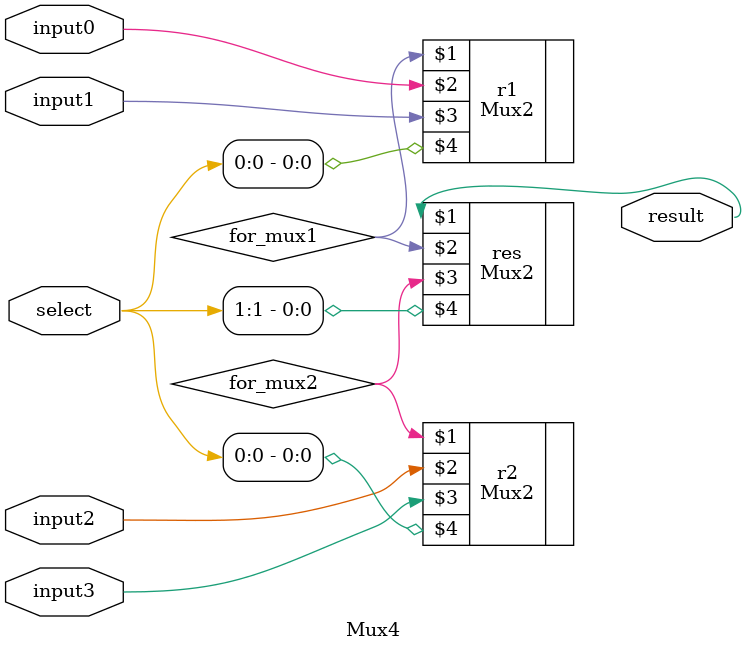
<source format=v>
module Mux4(result, select, input0,input1,input2,input3 );
input input0,input1,input2,input3;
input [1:0] select;
output result;
wire for_mux1, for_mux2;

Mux2 r1(for_mux1,input0,input1,select[0]);
Mux2 r2(for_mux2,input2,input3,select[0]);
Mux2 res(result,for_mux1,for_mux2,select[1]);

endmodule
</source>
